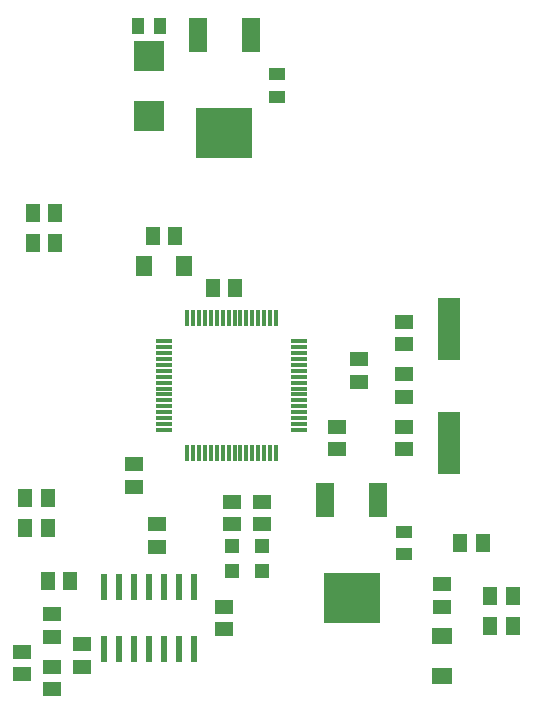
<source format=gbr>
G04 EAGLE Gerber RS-274X export*
G75*
%MOMM*%
%FSLAX34Y34*%
%LPD*%
%INSolderpaste Top*%
%IPPOS*%
%AMOC8*
5,1,8,0,0,1.08239X$1,22.5*%
G01*
%ADD10R,1.500000X1.300000*%
%ADD11R,1.300000X1.500000*%
%ADD12R,0.300000X1.475000*%
%ADD13R,1.475000X0.300000*%
%ADD14R,0.600000X2.200000*%
%ADD15R,1.930400X5.334000*%
%ADD16R,4.826000X4.191000*%
%ADD17R,1.600200X2.997200*%
%ADD18R,1.117600X1.422400*%
%ADD19R,1.422400X1.117600*%
%ADD20R,2.540000X2.540000*%
%ADD21R,1.200000X1.200000*%
%ADD22R,1.400000X1.800000*%
%ADD23R,1.800000X1.400000*%


D10*
X368300Y269850D03*
X368300Y250850D03*
D11*
X498500Y127000D03*
X517500Y127000D03*
D10*
X425450Y339750D03*
X425450Y358750D03*
X425450Y269850D03*
X425450Y250850D03*
X387350Y308000D03*
X387350Y327000D03*
D12*
X241900Y247420D03*
X246900Y247420D03*
X251900Y247420D03*
X256900Y247420D03*
X261900Y247420D03*
X266900Y247420D03*
X271900Y247420D03*
X276900Y247420D03*
X281900Y247420D03*
X286900Y247420D03*
X291900Y247420D03*
X296900Y247420D03*
X301900Y247420D03*
X306900Y247420D03*
X311900Y247420D03*
X316900Y247420D03*
D13*
X336780Y267300D03*
X336780Y272300D03*
X336780Y277300D03*
X336780Y282300D03*
X336780Y287300D03*
X336780Y292300D03*
X336780Y297300D03*
X336780Y302300D03*
X336780Y307300D03*
X336780Y312300D03*
X336780Y317300D03*
X336780Y322300D03*
X336780Y327300D03*
X336780Y332300D03*
X336780Y337300D03*
X336780Y342300D03*
D12*
X316900Y362180D03*
X311900Y362180D03*
X306900Y362180D03*
X301900Y362180D03*
X296900Y362180D03*
X291900Y362180D03*
X286900Y362180D03*
X281900Y362180D03*
X276900Y362180D03*
X271900Y362180D03*
X266900Y362180D03*
X261900Y362180D03*
X256900Y362180D03*
X251900Y362180D03*
X246900Y362180D03*
X241900Y362180D03*
D13*
X222020Y342300D03*
X222020Y337300D03*
X222020Y332300D03*
X222020Y327300D03*
X222020Y322300D03*
X222020Y317300D03*
X222020Y312300D03*
X222020Y307300D03*
X222020Y302300D03*
X222020Y297300D03*
X222020Y292300D03*
X222020Y287300D03*
X222020Y282300D03*
X222020Y277300D03*
X222020Y272300D03*
X222020Y267300D03*
D14*
X234950Y133950D03*
X234950Y81950D03*
X247650Y133950D03*
X222250Y133950D03*
X209550Y133950D03*
X247650Y81950D03*
X222250Y81950D03*
X209550Y81950D03*
X184150Y133950D03*
X184150Y81950D03*
X196850Y133950D03*
X171450Y133950D03*
X196850Y81950D03*
X171450Y81950D03*
D15*
X463550Y256540D03*
X463550Y353060D03*
D10*
X425450Y295300D03*
X425450Y314300D03*
D11*
X517500Y101600D03*
X498500Y101600D03*
X492100Y171450D03*
X473100Y171450D03*
D10*
X196850Y219100D03*
X196850Y238100D03*
D11*
X282550Y387350D03*
X263550Y387350D03*
X142850Y139700D03*
X123850Y139700D03*
X130150Y450850D03*
X111150Y450850D03*
X123800Y184150D03*
X104800Y184150D03*
X123800Y209550D03*
X104800Y209550D03*
D10*
X215900Y187300D03*
X215900Y168300D03*
X273050Y117450D03*
X273050Y98450D03*
X127000Y111100D03*
X127000Y92100D03*
X152400Y66700D03*
X152400Y85700D03*
X127000Y66650D03*
X127000Y47650D03*
D16*
X273050Y518922D03*
D17*
X250952Y601726D03*
X295656Y601726D03*
D18*
X219075Y609600D03*
X200025Y609600D03*
D19*
X317500Y549275D03*
X317500Y568325D03*
D20*
X209550Y584200D03*
X209550Y533400D03*
D16*
X381000Y125222D03*
D17*
X358902Y208026D03*
X403606Y208026D03*
D19*
X425450Y161925D03*
X425450Y180975D03*
D11*
X111150Y425450D03*
X130150Y425450D03*
D10*
X304800Y206350D03*
X304800Y187350D03*
X279400Y206350D03*
X279400Y187350D03*
D21*
X304800Y148250D03*
X304800Y169250D03*
X279400Y148250D03*
X279400Y169250D03*
D11*
X231750Y431800D03*
X212750Y431800D03*
D22*
X239250Y406400D03*
X205250Y406400D03*
D10*
X101600Y79350D03*
X101600Y60350D03*
D23*
X457200Y93200D03*
X457200Y59200D03*
D10*
X457200Y136500D03*
X457200Y117500D03*
M02*

</source>
